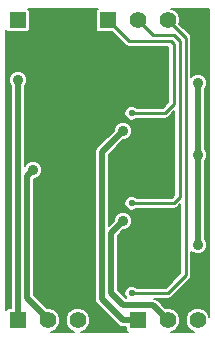
<source format=gbl>
G04 (created by PCBNEW (2013-june-11)-stable) date Thu 23 Jan 2014 03:09:13 PM PST*
%MOIN*%
G04 Gerber Fmt 3.4, Leading zero omitted, Abs format*
%FSLAX34Y34*%
G01*
G70*
G90*
G04 APERTURE LIST*
%ADD10C,0.00590551*%
%ADD11C,0.02*%
%ADD12R,0.055X0.055*%
%ADD13C,0.055*%
%ADD14C,0.035*%
%ADD15C,0.023*%
%ADD16C,0.02*%
%ADD17C,0.01*%
%ADD18C,0.006*%
G04 APERTURE END LIST*
G54D10*
G54D11*
X95750Y-37500D03*
X95750Y-37250D03*
X95750Y-34250D03*
X95750Y-34500D03*
X95750Y-31500D03*
X95750Y-31250D03*
X96250Y-37750D03*
X96250Y-34750D03*
X96250Y-31750D03*
X96000Y-31750D03*
X96000Y-34750D03*
X95750Y-37750D03*
X96000Y-37750D03*
X95750Y-34750D03*
G54D12*
X95000Y-29000D03*
G54D13*
X96000Y-29000D03*
X97000Y-29000D03*
X98000Y-29000D03*
G54D12*
X96000Y-39000D03*
G54D13*
X97000Y-39000D03*
X98000Y-39000D03*
G54D12*
X92000Y-39000D03*
G54D13*
X93000Y-39000D03*
X94000Y-39000D03*
G54D12*
X92000Y-29000D03*
G54D13*
X93000Y-29000D03*
G54D11*
X95750Y-31750D03*
G54D14*
X95500Y-32700D03*
X92000Y-31000D03*
G54D15*
X95800Y-32100D03*
G54D14*
X95500Y-35700D03*
X92500Y-34000D03*
G54D15*
X95800Y-35100D03*
X95800Y-38100D03*
G54D14*
X98000Y-33500D03*
X98000Y-31100D03*
X98000Y-36500D03*
G54D16*
X95500Y-39000D02*
X96000Y-39000D01*
X94800Y-38300D02*
X95500Y-39000D01*
X94800Y-33400D02*
X94800Y-38300D01*
X95500Y-32700D02*
X94800Y-33400D01*
X92000Y-31000D02*
X92000Y-39000D01*
G54D17*
X95700Y-29700D02*
X95000Y-29000D01*
X97100Y-29700D02*
X95700Y-29700D01*
X97199Y-29799D02*
X97100Y-29700D01*
X97199Y-31800D02*
X97199Y-29799D01*
X96900Y-32100D02*
X97199Y-31800D01*
X95800Y-32100D02*
X96900Y-32100D01*
G54D16*
X96500Y-38500D02*
X97000Y-39000D01*
X95500Y-38500D02*
X96500Y-38500D01*
X95100Y-38100D02*
X95500Y-38500D01*
X95100Y-36099D02*
X95100Y-38100D01*
X95500Y-35700D02*
X95100Y-36099D01*
X93000Y-39000D02*
X93000Y-38949D01*
X92300Y-34199D02*
X92500Y-34000D01*
X92300Y-38250D02*
X92300Y-34199D01*
X93000Y-38949D02*
X92300Y-38250D01*
G54D17*
X96500Y-29500D02*
X96000Y-29000D01*
X97217Y-29500D02*
X96500Y-29500D01*
X97399Y-29682D02*
X97217Y-29500D01*
X97399Y-34900D02*
X97399Y-29682D01*
X97200Y-35100D02*
X97399Y-34900D01*
X96900Y-35100D02*
X97200Y-35100D01*
X95800Y-35100D02*
X96900Y-35100D01*
X97600Y-29600D02*
X97000Y-29000D01*
X97600Y-37500D02*
X97600Y-29600D01*
X97000Y-38100D02*
X97600Y-37500D01*
X95800Y-38100D02*
X97000Y-38100D01*
G54D16*
X98000Y-31100D02*
X98000Y-33500D01*
X98000Y-33500D02*
X98000Y-36500D01*
G54D10*
G36*
X97420Y-37425D02*
X96925Y-37920D01*
X95966Y-37920D01*
X95938Y-37892D01*
X95848Y-37855D01*
X95751Y-37854D01*
X95661Y-37892D01*
X95592Y-37961D01*
X95555Y-38051D01*
X95554Y-38148D01*
X95592Y-38238D01*
X95623Y-38270D01*
X95595Y-38270D01*
X95330Y-38004D01*
X95330Y-36195D01*
X95520Y-36005D01*
X95560Y-36005D01*
X95672Y-35958D01*
X95758Y-35872D01*
X95804Y-35760D01*
X95805Y-35639D01*
X95758Y-35527D01*
X95672Y-35441D01*
X95560Y-35395D01*
X95439Y-35394D01*
X95327Y-35441D01*
X95241Y-35527D01*
X95195Y-35639D01*
X95195Y-35679D01*
X95030Y-35844D01*
X95030Y-33495D01*
X95520Y-33005D01*
X95560Y-33005D01*
X95672Y-32958D01*
X95758Y-32872D01*
X95804Y-32760D01*
X95805Y-32639D01*
X95758Y-32527D01*
X95672Y-32441D01*
X95560Y-32395D01*
X95439Y-32394D01*
X95327Y-32441D01*
X95241Y-32527D01*
X95195Y-32639D01*
X95195Y-32679D01*
X94637Y-33237D01*
X94587Y-33311D01*
X94570Y-33400D01*
X94570Y-38300D01*
X94587Y-38388D01*
X94637Y-38462D01*
X95337Y-39162D01*
X95337Y-39162D01*
X95411Y-39212D01*
X95499Y-39230D01*
X95499Y-39229D01*
X95500Y-39230D01*
X95594Y-39230D01*
X95594Y-39300D01*
X95614Y-39348D01*
X95651Y-39385D01*
X95663Y-39390D01*
X94115Y-39390D01*
X94229Y-39343D01*
X94343Y-39229D01*
X94404Y-39080D01*
X94405Y-38919D01*
X94343Y-38770D01*
X94229Y-38656D01*
X94080Y-38595D01*
X93919Y-38594D01*
X93770Y-38656D01*
X93656Y-38770D01*
X93595Y-38919D01*
X93594Y-39080D01*
X93656Y-39229D01*
X93770Y-39343D01*
X93883Y-39390D01*
X93115Y-39390D01*
X93229Y-39343D01*
X93343Y-39229D01*
X93404Y-39080D01*
X93405Y-38919D01*
X93343Y-38770D01*
X93229Y-38656D01*
X93080Y-38595D01*
X92970Y-38594D01*
X92530Y-38154D01*
X92530Y-34305D01*
X92560Y-34305D01*
X92672Y-34258D01*
X92758Y-34172D01*
X92804Y-34060D01*
X92805Y-33939D01*
X92758Y-33827D01*
X92672Y-33741D01*
X92560Y-33695D01*
X92439Y-33694D01*
X92327Y-33741D01*
X92241Y-33827D01*
X92230Y-33854D01*
X92230Y-31201D01*
X92258Y-31172D01*
X92304Y-31060D01*
X92305Y-30939D01*
X92258Y-30827D01*
X92172Y-30741D01*
X92060Y-30695D01*
X91939Y-30694D01*
X91827Y-30741D01*
X91741Y-30827D01*
X91695Y-30939D01*
X91694Y-31060D01*
X91741Y-31172D01*
X91770Y-31201D01*
X91770Y-38594D01*
X91699Y-38594D01*
X91651Y-38614D01*
X91614Y-38651D01*
X91609Y-38663D01*
X91609Y-29336D01*
X91614Y-29348D01*
X91651Y-29385D01*
X91699Y-29404D01*
X91750Y-29405D01*
X92300Y-29405D01*
X92348Y-29385D01*
X92385Y-29348D01*
X92404Y-29300D01*
X92405Y-29249D01*
X92405Y-28699D01*
X92385Y-28651D01*
X92348Y-28614D01*
X92336Y-28609D01*
X94663Y-28609D01*
X94651Y-28614D01*
X94614Y-28651D01*
X94595Y-28699D01*
X94594Y-28750D01*
X94594Y-29300D01*
X94614Y-29348D01*
X94651Y-29385D01*
X94699Y-29404D01*
X94750Y-29405D01*
X95150Y-29405D01*
X95572Y-29827D01*
X95572Y-29827D01*
X95631Y-29866D01*
X95700Y-29880D01*
X97019Y-29880D01*
X97019Y-31725D01*
X96825Y-31920D01*
X95966Y-31920D01*
X95938Y-31892D01*
X95848Y-31855D01*
X95751Y-31854D01*
X95661Y-31892D01*
X95592Y-31961D01*
X95555Y-32051D01*
X95554Y-32148D01*
X95592Y-32238D01*
X95661Y-32307D01*
X95751Y-32344D01*
X95848Y-32345D01*
X95938Y-32307D01*
X95966Y-32280D01*
X96900Y-32280D01*
X96968Y-32266D01*
X97027Y-32227D01*
X97219Y-32034D01*
X97219Y-34825D01*
X97125Y-34920D01*
X96900Y-34920D01*
X95966Y-34920D01*
X95938Y-34892D01*
X95848Y-34855D01*
X95751Y-34854D01*
X95661Y-34892D01*
X95592Y-34961D01*
X95555Y-35051D01*
X95554Y-35148D01*
X95592Y-35238D01*
X95661Y-35307D01*
X95751Y-35344D01*
X95848Y-35345D01*
X95938Y-35307D01*
X95966Y-35280D01*
X96900Y-35280D01*
X97200Y-35280D01*
X97268Y-35266D01*
X97327Y-35227D01*
X97420Y-35134D01*
X97420Y-37425D01*
X97420Y-37425D01*
G37*
G54D18*
X97420Y-37425D02*
X96925Y-37920D01*
X95966Y-37920D01*
X95938Y-37892D01*
X95848Y-37855D01*
X95751Y-37854D01*
X95661Y-37892D01*
X95592Y-37961D01*
X95555Y-38051D01*
X95554Y-38148D01*
X95592Y-38238D01*
X95623Y-38270D01*
X95595Y-38270D01*
X95330Y-38004D01*
X95330Y-36195D01*
X95520Y-36005D01*
X95560Y-36005D01*
X95672Y-35958D01*
X95758Y-35872D01*
X95804Y-35760D01*
X95805Y-35639D01*
X95758Y-35527D01*
X95672Y-35441D01*
X95560Y-35395D01*
X95439Y-35394D01*
X95327Y-35441D01*
X95241Y-35527D01*
X95195Y-35639D01*
X95195Y-35679D01*
X95030Y-35844D01*
X95030Y-33495D01*
X95520Y-33005D01*
X95560Y-33005D01*
X95672Y-32958D01*
X95758Y-32872D01*
X95804Y-32760D01*
X95805Y-32639D01*
X95758Y-32527D01*
X95672Y-32441D01*
X95560Y-32395D01*
X95439Y-32394D01*
X95327Y-32441D01*
X95241Y-32527D01*
X95195Y-32639D01*
X95195Y-32679D01*
X94637Y-33237D01*
X94587Y-33311D01*
X94570Y-33400D01*
X94570Y-38300D01*
X94587Y-38388D01*
X94637Y-38462D01*
X95337Y-39162D01*
X95337Y-39162D01*
X95411Y-39212D01*
X95499Y-39230D01*
X95499Y-39229D01*
X95500Y-39230D01*
X95594Y-39230D01*
X95594Y-39300D01*
X95614Y-39348D01*
X95651Y-39385D01*
X95663Y-39390D01*
X94115Y-39390D01*
X94229Y-39343D01*
X94343Y-39229D01*
X94404Y-39080D01*
X94405Y-38919D01*
X94343Y-38770D01*
X94229Y-38656D01*
X94080Y-38595D01*
X93919Y-38594D01*
X93770Y-38656D01*
X93656Y-38770D01*
X93595Y-38919D01*
X93594Y-39080D01*
X93656Y-39229D01*
X93770Y-39343D01*
X93883Y-39390D01*
X93115Y-39390D01*
X93229Y-39343D01*
X93343Y-39229D01*
X93404Y-39080D01*
X93405Y-38919D01*
X93343Y-38770D01*
X93229Y-38656D01*
X93080Y-38595D01*
X92970Y-38594D01*
X92530Y-38154D01*
X92530Y-34305D01*
X92560Y-34305D01*
X92672Y-34258D01*
X92758Y-34172D01*
X92804Y-34060D01*
X92805Y-33939D01*
X92758Y-33827D01*
X92672Y-33741D01*
X92560Y-33695D01*
X92439Y-33694D01*
X92327Y-33741D01*
X92241Y-33827D01*
X92230Y-33854D01*
X92230Y-31201D01*
X92258Y-31172D01*
X92304Y-31060D01*
X92305Y-30939D01*
X92258Y-30827D01*
X92172Y-30741D01*
X92060Y-30695D01*
X91939Y-30694D01*
X91827Y-30741D01*
X91741Y-30827D01*
X91695Y-30939D01*
X91694Y-31060D01*
X91741Y-31172D01*
X91770Y-31201D01*
X91770Y-38594D01*
X91699Y-38594D01*
X91651Y-38614D01*
X91614Y-38651D01*
X91609Y-38663D01*
X91609Y-29336D01*
X91614Y-29348D01*
X91651Y-29385D01*
X91699Y-29404D01*
X91750Y-29405D01*
X92300Y-29405D01*
X92348Y-29385D01*
X92385Y-29348D01*
X92404Y-29300D01*
X92405Y-29249D01*
X92405Y-28699D01*
X92385Y-28651D01*
X92348Y-28614D01*
X92336Y-28609D01*
X94663Y-28609D01*
X94651Y-28614D01*
X94614Y-28651D01*
X94595Y-28699D01*
X94594Y-28750D01*
X94594Y-29300D01*
X94614Y-29348D01*
X94651Y-29385D01*
X94699Y-29404D01*
X94750Y-29405D01*
X95150Y-29405D01*
X95572Y-29827D01*
X95572Y-29827D01*
X95631Y-29866D01*
X95700Y-29880D01*
X97019Y-29880D01*
X97019Y-31725D01*
X96825Y-31920D01*
X95966Y-31920D01*
X95938Y-31892D01*
X95848Y-31855D01*
X95751Y-31854D01*
X95661Y-31892D01*
X95592Y-31961D01*
X95555Y-32051D01*
X95554Y-32148D01*
X95592Y-32238D01*
X95661Y-32307D01*
X95751Y-32344D01*
X95848Y-32345D01*
X95938Y-32307D01*
X95966Y-32280D01*
X96900Y-32280D01*
X96968Y-32266D01*
X97027Y-32227D01*
X97219Y-32034D01*
X97219Y-34825D01*
X97125Y-34920D01*
X96900Y-34920D01*
X95966Y-34920D01*
X95938Y-34892D01*
X95848Y-34855D01*
X95751Y-34854D01*
X95661Y-34892D01*
X95592Y-34961D01*
X95555Y-35051D01*
X95554Y-35148D01*
X95592Y-35238D01*
X95661Y-35307D01*
X95751Y-35344D01*
X95848Y-35345D01*
X95938Y-35307D01*
X95966Y-35280D01*
X96900Y-35280D01*
X97200Y-35280D01*
X97268Y-35266D01*
X97327Y-35227D01*
X97420Y-35134D01*
X97420Y-37425D01*
G54D10*
G36*
X98390Y-38884D02*
X98343Y-38770D01*
X98229Y-38656D01*
X98080Y-38595D01*
X97919Y-38594D01*
X97770Y-38656D01*
X97656Y-38770D01*
X97595Y-38919D01*
X97594Y-39080D01*
X97656Y-39229D01*
X97770Y-39343D01*
X97883Y-39390D01*
X97115Y-39390D01*
X97229Y-39343D01*
X97343Y-39229D01*
X97404Y-39080D01*
X97405Y-38919D01*
X97343Y-38770D01*
X97229Y-38656D01*
X97080Y-38595D01*
X96920Y-38594D01*
X96662Y-38337D01*
X96588Y-38287D01*
X96550Y-38280D01*
X97000Y-38280D01*
X97068Y-38266D01*
X97127Y-38227D01*
X97727Y-37627D01*
X97727Y-37627D01*
X97766Y-37568D01*
X97779Y-37500D01*
X97780Y-37500D01*
X97780Y-36711D01*
X97827Y-36758D01*
X97939Y-36804D01*
X98060Y-36805D01*
X98172Y-36758D01*
X98258Y-36672D01*
X98304Y-36560D01*
X98305Y-36439D01*
X98258Y-36327D01*
X98230Y-36298D01*
X98230Y-33701D01*
X98258Y-33672D01*
X98304Y-33560D01*
X98305Y-33439D01*
X98258Y-33327D01*
X98230Y-33298D01*
X98230Y-31301D01*
X98258Y-31272D01*
X98304Y-31160D01*
X98305Y-31039D01*
X98258Y-30927D01*
X98172Y-30841D01*
X98060Y-30795D01*
X97939Y-30794D01*
X97827Y-30841D01*
X97780Y-30888D01*
X97780Y-29600D01*
X97766Y-29531D01*
X97727Y-29472D01*
X97727Y-29472D01*
X97384Y-29129D01*
X97404Y-29080D01*
X97405Y-28919D01*
X97343Y-28770D01*
X97229Y-28656D01*
X97116Y-28609D01*
X98390Y-28609D01*
X98390Y-38884D01*
X98390Y-38884D01*
G37*
G54D18*
X98390Y-38884D02*
X98343Y-38770D01*
X98229Y-38656D01*
X98080Y-38595D01*
X97919Y-38594D01*
X97770Y-38656D01*
X97656Y-38770D01*
X97595Y-38919D01*
X97594Y-39080D01*
X97656Y-39229D01*
X97770Y-39343D01*
X97883Y-39390D01*
X97115Y-39390D01*
X97229Y-39343D01*
X97343Y-39229D01*
X97404Y-39080D01*
X97405Y-38919D01*
X97343Y-38770D01*
X97229Y-38656D01*
X97080Y-38595D01*
X96920Y-38594D01*
X96662Y-38337D01*
X96588Y-38287D01*
X96550Y-38280D01*
X97000Y-38280D01*
X97068Y-38266D01*
X97127Y-38227D01*
X97727Y-37627D01*
X97727Y-37627D01*
X97766Y-37568D01*
X97779Y-37500D01*
X97780Y-37500D01*
X97780Y-36711D01*
X97827Y-36758D01*
X97939Y-36804D01*
X98060Y-36805D01*
X98172Y-36758D01*
X98258Y-36672D01*
X98304Y-36560D01*
X98305Y-36439D01*
X98258Y-36327D01*
X98230Y-36298D01*
X98230Y-33701D01*
X98258Y-33672D01*
X98304Y-33560D01*
X98305Y-33439D01*
X98258Y-33327D01*
X98230Y-33298D01*
X98230Y-31301D01*
X98258Y-31272D01*
X98304Y-31160D01*
X98305Y-31039D01*
X98258Y-30927D01*
X98172Y-30841D01*
X98060Y-30795D01*
X97939Y-30794D01*
X97827Y-30841D01*
X97780Y-30888D01*
X97780Y-29600D01*
X97766Y-29531D01*
X97727Y-29472D01*
X97727Y-29472D01*
X97384Y-29129D01*
X97404Y-29080D01*
X97405Y-28919D01*
X97343Y-28770D01*
X97229Y-28656D01*
X97116Y-28609D01*
X98390Y-28609D01*
X98390Y-38884D01*
M02*

</source>
